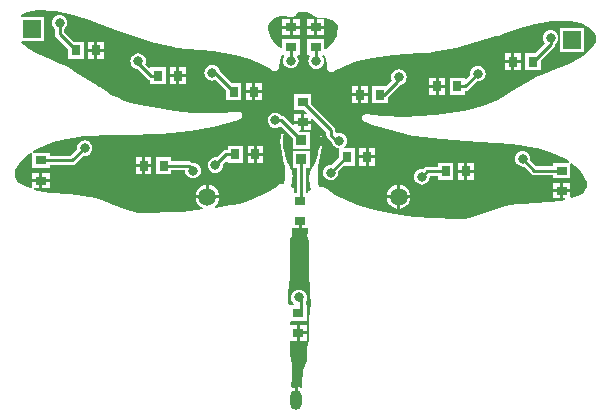
<source format=gtl>
G04 Layer_Physical_Order=1*
G04 Layer_Color=255*
%FSLAX25Y25*%
%MOIN*%
G70*
G01*
G75*
%ADD10R,0.03740X0.03150*%
%ADD11R,0.03150X0.03740*%
%ADD12R,0.03740X0.03543*%
%ADD13C,0.01000*%
%ADD14C,0.05906*%
%ADD15R,0.05906X0.05906*%
%ADD16O,0.03937X0.06693*%
%ADD17C,0.03150*%
G36*
X-80034Y138060D02*
X-74348Y136767D01*
X-71129Y135766D01*
X-71114Y135747D01*
X-70918Y135640D01*
X-70726Y135526D01*
X-61079Y132077D01*
X-61071Y132076D01*
X-61064Y132072D01*
X-48507Y127757D01*
X-48440Y127748D01*
X-48379Y127720D01*
X-40520Y125908D01*
X-40499Y125899D01*
X-40428Y125842D01*
X-40273Y125798D01*
X-40126Y125733D01*
X-40036Y125731D01*
X-39949Y125706D01*
X-36184Y125404D01*
X-27757Y124613D01*
X-20512Y123405D01*
X-15435Y122042D01*
X-11740Y120342D01*
X-8514Y118549D01*
X-8032Y118279D01*
X-7881Y118230D01*
X-7739Y118160D01*
X-7456Y118085D01*
X-7379Y118079D01*
X-7305Y118054D01*
X-7132Y118063D01*
X-6959Y118052D01*
X-6886Y118077D01*
X-6808Y118081D01*
X-6652Y118156D01*
X-6487Y118212D01*
X-6429Y118263D01*
X-6359Y118297D01*
X-6199Y118416D01*
X-6062Y118570D01*
X-5914Y118714D01*
X-5896Y118754D01*
X-5867Y118787D01*
X-5799Y118982D01*
X-5717Y119172D01*
X-5594Y119749D01*
X-5593Y119823D01*
X-5572Y119894D01*
X-5509Y120562D01*
X-4955Y123027D01*
X-4615Y123359D01*
X-4604Y123363D01*
X-4169Y123289D01*
X-3966Y122827D01*
X-4021Y122755D01*
X-4280Y122129D01*
X-4369Y121457D01*
X-4280Y120784D01*
X-4021Y120158D01*
X-3608Y119620D01*
X-3070Y119208D01*
X-2444Y118948D01*
X-1772Y118860D01*
X-1099Y118948D01*
X-473Y119208D01*
X65Y119620D01*
X477Y120158D01*
X737Y120784D01*
X825Y121457D01*
X737Y122129D01*
X477Y122755D01*
X359Y122909D01*
X606Y123409D01*
X1197D01*
Y128559D01*
X-4543D01*
Y125825D01*
X-4675Y125734D01*
X-5043Y125637D01*
X-5262Y125859D01*
X-5446Y125984D01*
X-5625Y126117D01*
X-5651Y126123D01*
X-5674Y126138D01*
X-5841Y126173D01*
X-7598Y128111D01*
X-8352Y129100D01*
X-9308Y131916D01*
X-9266Y133014D01*
X-8970Y133782D01*
X-8053Y134940D01*
X-6918Y135634D01*
X-5192Y136315D01*
X-3572Y136252D01*
X-2178Y135907D01*
X-2048Y135901D01*
X-1921Y135871D01*
X-1556Y135856D01*
X-1410Y135880D01*
X-1263Y135879D01*
X-1167Y135918D01*
X-1064Y135934D01*
X-938Y136012D01*
X-802Y136068D01*
X-728Y136141D01*
X-640Y136195D01*
X-553Y136314D01*
X-448Y136418D01*
X-168Y136834D01*
X100Y137076D01*
X377Y137258D01*
X966Y137523D01*
X1498Y137639D01*
X2661Y137594D01*
X2686Y137598D01*
X2711Y137593D01*
X3876D01*
X4403Y137456D01*
X4980Y137168D01*
X5250Y136976D01*
X5513Y136719D01*
X5638Y136536D01*
X5945Y136336D01*
X6055Y136264D01*
X6055Y136264D01*
X6055Y136264D01*
X7027Y135874D01*
X7034Y135873D01*
X7041Y135869D01*
X7278Y135827D01*
X7516Y135782D01*
X7524Y135784D01*
X7531Y135783D01*
X9987Y135839D01*
X12632Y134803D01*
X13963Y133241D01*
X13655Y129795D01*
X11913Y127120D01*
X10730Y126007D01*
X10250Y125627D01*
X10216Y125586D01*
X10170Y125557D01*
X9965Y125365D01*
X9528Y125509D01*
X9465Y125560D01*
Y128559D01*
X3724D01*
Y123409D01*
X4391D01*
X4638Y122909D01*
X4444Y122657D01*
X4184Y122030D01*
X4096Y121358D01*
X4184Y120686D01*
X4444Y120060D01*
X4857Y119522D01*
X5394Y119109D01*
X6021Y118850D01*
X6693Y118761D01*
X7365Y118850D01*
X7991Y119109D01*
X8529Y119522D01*
X8942Y120060D01*
X9201Y120686D01*
X9290Y121358D01*
X9201Y122030D01*
X8942Y122657D01*
X8748Y122909D01*
X8995Y123409D01*
X9465D01*
X9700Y123007D01*
X9709Y122982D01*
X10210Y120255D01*
X10247Y119585D01*
X10266Y119513D01*
X10264Y119439D01*
X10364Y118858D01*
X10438Y118665D01*
X10498Y118467D01*
X10527Y118434D01*
X10542Y118393D01*
X10684Y118243D01*
X10816Y118084D01*
X10971Y117958D01*
X11040Y117921D01*
X11096Y117868D01*
X11258Y117806D01*
X11411Y117725D01*
X11489Y117718D01*
X11561Y117690D01*
X11734Y117694D01*
X11907Y117678D01*
X11981Y117701D01*
X12059Y117703D01*
X12345Y117768D01*
X12498Y117836D01*
X12637Y117875D01*
X16428Y119792D01*
X20187Y121346D01*
X25313Y122509D01*
X32600Y123434D01*
X41059Y123895D01*
X41069Y123897D01*
X41078Y123896D01*
X45042Y124169D01*
X45116Y124189D01*
X45192Y124189D01*
X53327Y125733D01*
X53389Y125758D01*
X53456Y125765D01*
X66597Y129713D01*
X67256D01*
X67745Y129811D01*
X68159Y130087D01*
X68483Y130412D01*
X75905Y132758D01*
X79629Y133758D01*
X85361Y134828D01*
X91678D01*
X95078Y133929D01*
X97376Y132693D01*
X98539Y131755D01*
X99572Y130466D01*
X99949Y129625D01*
X100048Y128764D01*
X99870Y127640D01*
X99435Y126680D01*
X97958Y125073D01*
X95662Y123154D01*
X93901Y121933D01*
X90946Y120337D01*
X86814Y118727D01*
X86814Y118727D01*
X86813Y118727D01*
X80882Y116413D01*
X80818Y116372D01*
X80745Y116350D01*
X76560Y114119D01*
X76533Y114097D01*
X76500Y114086D01*
X72048Y111399D01*
X72034Y111387D01*
X72018Y111380D01*
X71020Y110741D01*
X67246Y108507D01*
X62251Y106189D01*
X55927Y104572D01*
X46421Y103360D01*
X36122Y102715D01*
X29342Y102891D01*
X25549Y103330D01*
X23545Y103614D01*
X23434Y103607D01*
X23323Y103626D01*
X23228Y103622D01*
X23110Y103595D01*
X22987Y103591D01*
X22963Y103585D01*
X22900Y103557D01*
X22873Y103555D01*
X22817Y103526D01*
X22743Y103509D01*
X22682Y103464D01*
X22636Y103451D01*
X22606Y103426D01*
X22514Y103386D01*
X22498Y103375D01*
X22469Y103344D01*
X22431Y103325D01*
X22347Y103223D01*
X22339Y103218D01*
X22331Y103204D01*
X22328Y103202D01*
X22249Y103137D01*
X22219Y103083D01*
X22154Y103015D01*
X22139Y102975D01*
X22112Y102943D01*
X22068Y102804D01*
X22011Y102699D01*
X22003Y102626D01*
X21974Y102550D01*
X21975Y102508D01*
X21962Y102468D01*
X21961Y102459D01*
X21972Y102331D01*
X21959Y102204D01*
X21984Y102121D01*
X21985Y102052D01*
X22000Y102018D01*
X22005Y101963D01*
X22064Y101849D01*
X22095Y101738D01*
X22099Y101733D01*
X22101Y101726D01*
X22106Y101716D01*
X22166Y101642D01*
X22186Y101596D01*
X22206Y101578D01*
X22235Y101521D01*
X22254Y101506D01*
X22255Y101504D01*
X22323Y101445D01*
X22401Y101345D01*
X22428Y101321D01*
X22537Y101260D01*
X22631Y101178D01*
X22697Y101141D01*
X22768Y101117D01*
X22829Y101075D01*
X23099Y100961D01*
X23140Y100952D01*
X23176Y100931D01*
X24350Y100520D01*
X24374Y100517D01*
X24396Y100505D01*
X31573Y98300D01*
X31610Y98296D01*
X31643Y98281D01*
X39048Y96461D01*
X39122Y96457D01*
X39192Y96434D01*
X48613Y95239D01*
X48651Y95242D01*
X48689Y95232D01*
X61026Y94413D01*
X61066Y94403D01*
X67349Y94097D01*
X71289Y93764D01*
X74574Y93349D01*
X77963Y92787D01*
X80446Y92312D01*
X81566Y92042D01*
X84488Y91146D01*
X87011Y90128D01*
X90018Y88657D01*
X91008Y87917D01*
X90841Y87417D01*
X85713D01*
Y86372D01*
X80063D01*
X78039Y88396D01*
X78089Y88779D01*
X78001Y89452D01*
X77741Y90078D01*
X77328Y90616D01*
X76791Y91029D01*
X76164Y91288D01*
X75492Y91377D01*
X74820Y91288D01*
X74194Y91029D01*
X73656Y90616D01*
X73243Y90078D01*
X72984Y89452D01*
X72895Y88779D01*
X72984Y88107D01*
X73243Y87481D01*
X73656Y86943D01*
X74194Y86530D01*
X74820Y86271D01*
X75492Y86182D01*
X75876Y86233D01*
X78348Y83761D01*
X78844Y83429D01*
X79429Y83313D01*
X85713D01*
Y82268D01*
X91453D01*
Y86960D01*
X91953Y87211D01*
X93068Y86377D01*
X93970Y85550D01*
X94922Y84426D01*
X95709Y83306D01*
X96376Y82166D01*
X96819Y81249D01*
X97031Y80470D01*
Y80052D01*
X96874Y79237D01*
X96453Y78355D01*
X96042Y77754D01*
X95325Y77145D01*
X93820Y76304D01*
X93720Y76312D01*
X93609Y76276D01*
X93492Y76264D01*
X91855Y75759D01*
X91453Y76056D01*
Y77650D01*
X89083D01*
Y75575D01*
X89582D01*
X89657Y75080D01*
X88211Y74634D01*
X79812Y73951D01*
X75483Y73684D01*
X73234Y73554D01*
X73202Y73546D01*
X73170Y73549D01*
X71869Y73408D01*
X71818Y73392D01*
X71764Y73392D01*
X69647Y72984D01*
X69614Y72971D01*
X69579Y72969D01*
X67633Y72484D01*
X67572Y72455D01*
X67505Y72445D01*
X64542Y71367D01*
X64540Y71366D01*
X64538Y71365D01*
X61827Y70370D01*
X61826Y70369D01*
X61826Y70369D01*
X59801Y69624D01*
X58053Y69108D01*
X55653Y68632D01*
X53466Y68535D01*
X45826Y68870D01*
X39257Y69477D01*
X33099Y70315D01*
X26399Y71662D01*
X21465Y73037D01*
X17194Y74689D01*
X13111Y76770D01*
X10180Y78650D01*
X9608Y79173D01*
X9418Y79288D01*
X9235Y79410D01*
X9207Y79416D01*
X9182Y79431D01*
X8962Y79464D01*
X8747Y79507D01*
X7892D01*
X7529Y79823D01*
X7454Y80292D01*
X7271Y85200D01*
X7262Y85567D01*
X7259Y85695D01*
X7259Y85696D01*
X7357Y86184D01*
X8654Y92625D01*
X8674Y93253D01*
D01*
X8743Y95424D01*
X8758Y95907D01*
X8771Y96317D01*
X8019Y96470D01*
X8066Y96283D01*
X8066Y96282D01*
X8066Y96281D01*
X8070Y96268D01*
X8159Y95866D01*
X8242Y95392D01*
X8242D01*
X8278Y95163D01*
X8282Y94665D01*
Y94017D01*
X8279Y93958D01*
X8260Y93556D01*
X8260Y93554D01*
X8178Y93365D01*
X8178D01*
X8178Y93365D01*
Y93365D01*
X7989Y92932D01*
X7924Y92784D01*
X7729Y92355D01*
X7512Y92071D01*
X7365Y91840D01*
Y90633D01*
X7365D01*
X7365Y90627D01*
X7364Y90616D01*
X7363Y90605D01*
X7362Y90595D01*
X7361Y90589D01*
X7253Y89972D01*
X7253D01*
X7253Y89971D01*
X7253Y89968D01*
X7252Y89966D01*
X7251Y89963D01*
X7251Y89962D01*
X7140Y89455D01*
X7140D01*
X7139Y89451D01*
X7137Y89441D01*
X7134Y89432D01*
X7131Y89423D01*
X6604Y88058D01*
X6601Y88050D01*
X6598Y88043D01*
X6594Y88035D01*
X5862Y86693D01*
X5474Y85902D01*
X5257Y85460D01*
X5257D01*
X5257Y85460D01*
X5256Y85460D01*
X5256Y85460D01*
X5256Y85459D01*
X5115Y85202D01*
X5038Y85062D01*
X5019Y85021D01*
X4749Y84438D01*
X4553Y83697D01*
X4414Y82915D01*
Y81819D01*
X4536Y80846D01*
X4778Y79608D01*
X5016Y78773D01*
X4221Y78163D01*
X4221Y78163D01*
X4084Y77975D01*
X4040Y77873D01*
X3964Y77752D01*
X3955Y77738D01*
X3932Y77625D01*
X3886Y77518D01*
X3884Y77382D01*
X3883Y77378D01*
X3301D01*
Y85811D01*
X4642D01*
Y91354D01*
X-1098D01*
Y85811D01*
X242D01*
Y77378D01*
X-385D01*
X-688Y77776D01*
X-655Y77897D01*
X-643Y78067D01*
X-610Y78234D01*
X-625Y78313D01*
X-620Y78394D01*
X-673Y78555D01*
X-707Y78722D01*
X-752Y78789D01*
X-777Y78866D01*
X-889Y78995D01*
X-984Y79136D01*
X-973Y79147D01*
X-1683Y79692D01*
X-1669Y79734D01*
X-1379Y80961D01*
X-1218Y81929D01*
X-1175Y83024D01*
X-1284Y83811D01*
X-1451Y84559D01*
X-1715Y85194D01*
X-1917Y85598D01*
X-1918Y85600D01*
X-1920Y85603D01*
X-1921Y85606D01*
X-1922Y85609D01*
X-2475Y86855D01*
X-2954Y87822D01*
X-3158Y88238D01*
X-3304Y88659D01*
X-3485Y89191D01*
X-3635Y89629D01*
X-3715Y90065D01*
X-3736Y90182D01*
X-3798Y90637D01*
X-3821Y90808D01*
X-3804Y90908D01*
X-3795Y90957D01*
X-3865Y91290D01*
X-4197Y92879D01*
X-4197Y92879D01*
X-4239Y93362D01*
X-4443Y95854D01*
X-4443Y95854D01*
X-4358Y96318D01*
X-4307Y96511D01*
X-4307Y96511D01*
X-4305Y96516D01*
X-4303Y96524D01*
X-4303Y96525D01*
X-4117Y97167D01*
X-5023Y96902D01*
X-5164Y96100D01*
X-5214Y94822D01*
X-5111Y92860D01*
X-4667Y90308D01*
X-4429Y89212D01*
X-4323Y88722D01*
X-4235Y88241D01*
X-3812Y85929D01*
X-3807Y85899D01*
X-3729Y85455D01*
X-3729Y85455D01*
X-3717Y84978D01*
X-3658Y82809D01*
X-3658Y82806D01*
X-3658Y82803D01*
Y82798D01*
X-3659Y82789D01*
X-3659Y82780D01*
X-3660Y82772D01*
X-3661Y82767D01*
X-3842Y81409D01*
X-3843Y81402D01*
X-3846Y81388D01*
X-3849Y81374D01*
X-3853Y81361D01*
X-3856Y81354D01*
X-4169Y80492D01*
X-4244Y80502D01*
Y80487D01*
X-5099D01*
X-5152Y80477D01*
X-5205Y80483D01*
X-5395Y80428D01*
X-5587Y80390D01*
X-5632Y80360D01*
X-5684Y80345D01*
X-5838Y80222D01*
X-6001Y80113D01*
X-6031Y80068D01*
X-6074Y80035D01*
X-6594Y79419D01*
X-7104Y78988D01*
X-10106Y77223D01*
X-14267Y75304D01*
X-18600Y73820D01*
X-21193Y73205D01*
X-21215Y73213D01*
X-21404Y73206D01*
X-21592Y73217D01*
X-26897Y72488D01*
X-27097Y72966D01*
X-26708Y73264D01*
X-26075Y74089D01*
X-25677Y75051D01*
X-25607Y75583D01*
X-33449D01*
X-33379Y75051D01*
X-32980Y74089D01*
X-32347Y73264D01*
X-31521Y72630D01*
X-31027Y72426D01*
X-31093Y71912D01*
X-38083Y70951D01*
X-52536Y70847D01*
X-58195Y72408D01*
X-58196Y72411D01*
X-58231Y72425D01*
X-58700Y72598D01*
X-59042Y72734D01*
X-61705Y73832D01*
X-61707Y73832D01*
X-61709Y73834D01*
X-64628Y75027D01*
X-64694Y75040D01*
X-64754Y75071D01*
X-66680Y75632D01*
X-66715Y75635D01*
X-66747Y75649D01*
X-68847Y76140D01*
X-68900Y76142D01*
X-68951Y76159D01*
X-70900Y76448D01*
X-70932Y76446D01*
X-70964Y76456D01*
X-72544Y76609D01*
X-75696Y76951D01*
X-75720Y76949D01*
X-75742Y76955D01*
X-81559Y77373D01*
X-84058Y77647D01*
X-87248Y78397D01*
X-87308Y78421D01*
X-87209Y78921D01*
X-85539D01*
Y80996D01*
X-87910D01*
Y79210D01*
X-88386Y78866D01*
X-90457Y79719D01*
X-92243Y80810D01*
X-92935Y81446D01*
X-93323Y82063D01*
X-93709Y82960D01*
X-93835Y83782D01*
X-93818Y84200D01*
X-93576Y84969D01*
X-93097Y85868D01*
X-92386Y86981D01*
X-91556Y88070D01*
X-90561Y89156D01*
X-89627Y89947D01*
X-88397Y90794D01*
X-87910Y90522D01*
X-87910Y90409D01*
Y85614D01*
X-82169D01*
Y86660D01*
X-74606D01*
X-74021Y86776D01*
X-73525Y87107D01*
X-70856Y89776D01*
X-70472Y89726D01*
X-69800Y89814D01*
X-69174Y90074D01*
X-68636Y90487D01*
X-68223Y91024D01*
X-67964Y91651D01*
X-67875Y92323D01*
X-67964Y92995D01*
X-68223Y93621D01*
X-68636Y94159D01*
X-69174Y94572D01*
X-69800Y94831D01*
X-70472Y94920D01*
X-71145Y94831D01*
X-71771Y94572D01*
X-72309Y94159D01*
X-72721Y93621D01*
X-72981Y92995D01*
X-73070Y92323D01*
X-73019Y91939D01*
X-75240Y89718D01*
X-82169D01*
Y90764D01*
X-87510Y90764D01*
X-87511D01*
X-87511D01*
X-87559Y90764D01*
X-87599Y90894D01*
X-87714Y91264D01*
X-86491Y92106D01*
X-83428Y93459D01*
X-80867Y94377D01*
X-77912Y95158D01*
X-76783Y95384D01*
X-74283Y95762D01*
X-70875Y96191D01*
X-67577Y96477D01*
X-63627Y96656D01*
X-60731Y96684D01*
X-57498D01*
X-57291Y96725D01*
X-44936Y97061D01*
X-44898Y97070D01*
X-44859Y97065D01*
X-35399Y97891D01*
X-35328Y97912D01*
X-35254Y97912D01*
X-27784Y99442D01*
X-27750Y99456D01*
X-27713Y99458D01*
X-20456Y101381D01*
X-20433Y101392D01*
X-20409Y101395D01*
X-19220Y101759D01*
X-19183Y101779D01*
X-19142Y101786D01*
X-18868Y101890D01*
X-18805Y101929D01*
X-18733Y101950D01*
X-18666Y101985D01*
X-18568Y102063D01*
X-18458Y102120D01*
X-18430Y102142D01*
X-18348Y102239D01*
X-18277Y102296D01*
X-18276Y102298D01*
X-18257Y102313D01*
X-18225Y102368D01*
X-18205Y102386D01*
X-18183Y102430D01*
X-18120Y102502D01*
X-18114Y102512D01*
X-18112Y102518D01*
X-18108Y102523D01*
X-18073Y102634D01*
X-18009Y102745D01*
X-18002Y102800D01*
X-17986Y102833D01*
X-17982Y102902D01*
X-17954Y102983D01*
X-17963Y103112D01*
X-17946Y103239D01*
X-17947Y103248D01*
X-17958Y103288D01*
X-17955Y103330D01*
X-17982Y103408D01*
X-17987Y103481D01*
X-18039Y103588D01*
X-18078Y103728D01*
X-18103Y103762D01*
X-18117Y103802D01*
X-18180Y103872D01*
X-18207Y103927D01*
X-18284Y103995D01*
X-18286Y103998D01*
X-18294Y104012D01*
X-18302Y104018D01*
X-18383Y104122D01*
X-18419Y104143D01*
X-18447Y104175D01*
X-18462Y104187D01*
X-18552Y104231D01*
X-18581Y104256D01*
X-18627Y104271D01*
X-18687Y104318D01*
X-18760Y104338D01*
X-18815Y104370D01*
X-18842Y104373D01*
X-18903Y104403D01*
X-18927Y104410D01*
X-19049Y104418D01*
X-19167Y104451D01*
X-19261Y104458D01*
X-19373Y104444D01*
X-19484Y104455D01*
X-21513Y104248D01*
X-21566Y104232D01*
X-23820Y103984D01*
X-25420Y103914D01*
X-29659Y103887D01*
X-34364Y104071D01*
X-40283Y104739D01*
X-47863Y105860D01*
X-52168Y106674D01*
X-55129Y107426D01*
X-57316Y108172D01*
X-59174Y108966D01*
X-61518Y110180D01*
X-63412Y111274D01*
X-65369Y112565D01*
X-66264Y113165D01*
X-66829Y113560D01*
X-66896Y113589D01*
X-74186Y118152D01*
X-74755Y118555D01*
X-74819Y118584D01*
X-74873Y118629D01*
X-75319Y118877D01*
X-75340Y118884D01*
X-75358Y118898D01*
X-77491Y119989D01*
X-77538Y120003D01*
X-77578Y120030D01*
X-80037Y121063D01*
X-82102Y122020D01*
X-82114Y122028D01*
X-86180Y123798D01*
X-89070Y125508D01*
X-90782Y126797D01*
X-91707Y127634D01*
X-91515Y128134D01*
X-84039D01*
Y136039D01*
X-91713D01*
X-91829Y136539D01*
X-89778Y137541D01*
X-86345Y138307D01*
X-80034Y138060D01*
D02*
G37*
G36*
X1878Y65535D02*
X3897D01*
Y64154D01*
X3825Y63899D01*
X3824Y63892D01*
X3741Y63662D01*
X3763Y63164D01*
X3857Y62784D01*
X3888Y62718D01*
X3899Y62646D01*
X4045Y62253D01*
X4189Y61412D01*
X4334Y60490D01*
X4386Y59153D01*
X4355Y55823D01*
X4199Y52502D01*
X4207Y52447D01*
X4198Y52392D01*
X4313Y49446D01*
X4323Y49406D01*
X4319Y49365D01*
X4648Y46172D01*
X4813Y44182D01*
X4813Y42150D01*
X4817Y42128D01*
X4817Y40269D01*
X4652Y38278D01*
X4323Y35085D01*
X4327Y35045D01*
X4318Y35004D01*
X4202Y32059D01*
X4211Y32004D01*
X4203Y31949D01*
X4340Y29039D01*
X4285Y28562D01*
Y28562D01*
X4187Y28103D01*
X3989Y27176D01*
X3730Y25223D01*
X3699Y21214D01*
X2300Y18380D01*
X2292Y18348D01*
X2273Y18322D01*
X2228Y18109D01*
X2171Y17899D01*
X2175Y17866D01*
X2169Y17835D01*
X2115Y14413D01*
X2118Y14397D01*
X2115Y14380D01*
X2134Y12490D01*
X1687Y12267D01*
X1595Y12337D01*
X873Y12636D01*
X598Y12672D01*
Y8366D01*
X-402D01*
Y12672D01*
X-677Y12636D01*
X-1181Y12427D01*
X-1661Y12728D01*
X-1413Y16135D01*
X-1416Y16156D01*
X-1411Y16177D01*
X-1242Y20494D01*
X-1243Y20501D01*
X-1242Y20507D01*
X-1281Y20740D01*
X-1320Y20986D01*
X-1324Y20991D01*
X-1325Y20998D01*
X-1518Y21506D01*
X-1593Y21810D01*
X-1624Y21877D01*
X-1636Y21949D01*
X-1781Y22342D01*
X-1925Y23183D01*
X-2070Y24104D01*
X-2122Y25442D01*
X-2097Y28134D01*
X189D01*
Y30709D01*
Y33283D01*
X-1977D01*
X-2023Y34466D01*
X-1676Y34827D01*
X3559D01*
Y39976D01*
X3301D01*
Y41385D01*
X3493Y41848D01*
X3581Y42520D01*
X3493Y43192D01*
X3233Y43818D01*
X2821Y44356D01*
X2283Y44769D01*
X1656Y45028D01*
X984Y45117D01*
X312Y45028D01*
X-314Y44769D01*
X-852Y44356D01*
X-1265Y43818D01*
X-1524Y43192D01*
X-1613Y42520D01*
X-1524Y41848D01*
X-1265Y41221D01*
X-852Y40683D01*
X-582Y40476D01*
X-752Y39976D01*
X-2181D01*
X-2541Y40315D01*
X-2549Y40413D01*
X-2549Y42445D01*
X-2549Y44477D01*
X-2384Y46467D01*
X-2055Y49661D01*
X-2059Y49701D01*
X-2049Y49741D01*
X-1934Y52687D01*
X-1943Y52742D01*
X-1935Y52797D01*
X-2091Y56119D01*
X-2122Y59448D01*
X-2070Y60786D01*
X-1925Y61707D01*
X-1781Y62548D01*
X-1681Y62819D01*
X-1482Y63035D01*
X-1310Y63502D01*
X-1330Y64000D01*
X-1392Y64257D01*
X-1365Y64944D01*
X-1369Y64969D01*
X-1364Y64994D01*
Y65535D01*
X878D01*
Y68110D01*
X1878D01*
Y65535D01*
D02*
G37*
%LPC*%
G36*
X-51287Y89287D02*
X-53362D01*
Y86917D01*
X-51287D01*
Y89287D01*
D02*
G37*
G36*
X5035Y110252D02*
X-705D01*
Y105102D01*
X2577D01*
X3659Y104021D01*
X3467Y103559D01*
X2665D01*
Y101484D01*
X5035D01*
Y101991D01*
X5497Y102182D01*
X10085Y97595D01*
Y96653D01*
X10201Y96068D01*
X10533Y95572D01*
X11956Y94148D01*
X11961Y94116D01*
X12220Y93490D01*
X12633Y92952D01*
X13171Y92539D01*
X13797Y92280D01*
X14356Y92206D01*
X14453Y92193D01*
X14453Y91991D01*
Y89257D01*
X11900Y86704D01*
X11516Y86755D01*
X10844Y86666D01*
X10218Y86407D01*
X9680Y85994D01*
X9267Y85456D01*
X9008Y84830D01*
X8919Y84158D01*
X9008Y83486D01*
X9267Y82859D01*
X9680Y82321D01*
X10218Y81909D01*
X10844Y81649D01*
X11516Y81561D01*
X12189Y81649D01*
X12815Y81909D01*
X13353Y82321D01*
X13765Y82859D01*
X14025Y83486D01*
X14113Y84158D01*
X14063Y84541D01*
X16022Y86500D01*
X19602D01*
Y92240D01*
X16200D01*
X16030Y92740D01*
X16306Y92952D01*
X16718Y93490D01*
X16978Y94116D01*
X17066Y94788D01*
X16978Y95460D01*
X16718Y96087D01*
X16306Y96624D01*
X15768Y97037D01*
X15141Y97297D01*
X14469Y97385D01*
X13797Y97297D01*
X13617Y97222D01*
X13144Y97567D01*
Y98228D01*
X13027Y98814D01*
X12696Y99310D01*
X5035Y106970D01*
Y110252D01*
D02*
G37*
G36*
X-14083Y89756D02*
X-16158D01*
Y87386D01*
X-14083D01*
Y89756D01*
D02*
G37*
G36*
X-48213Y89287D02*
X-50287D01*
Y86917D01*
X-48213D01*
Y89287D01*
D02*
G37*
G36*
X26295Y88870D02*
X24220D01*
Y86500D01*
X26295D01*
Y88870D01*
D02*
G37*
G36*
X59169Y87417D02*
X57095D01*
Y85047D01*
X59169D01*
Y87417D01*
D02*
G37*
G36*
X56094D02*
X54020D01*
Y85047D01*
X56094D01*
Y87417D01*
D02*
G37*
G36*
X23220Y88870D02*
X21146D01*
Y86500D01*
X23220D01*
Y88870D01*
D02*
G37*
G36*
X52476Y87417D02*
X47327D01*
Y86077D01*
X43701D01*
X43115Y85960D01*
X42619Y85629D01*
X42313Y85322D01*
X41929Y85373D01*
X41257Y85284D01*
X40631Y85025D01*
X40093Y84612D01*
X39680Y84074D01*
X39421Y83448D01*
X39332Y82776D01*
X39421Y82103D01*
X39680Y81477D01*
X40093Y80939D01*
X40631Y80527D01*
X41257Y80267D01*
X41929Y80179D01*
X42601Y80267D01*
X43228Y80527D01*
X43766Y80939D01*
X44178Y81477D01*
X44438Y82103D01*
X44526Y82776D01*
X44739Y83018D01*
X47327D01*
Y81677D01*
X52476D01*
Y87417D01*
D02*
G37*
G36*
X-6890Y104172D02*
X-7562Y104083D01*
X-8188Y103824D01*
X-8726Y103411D01*
X-9139Y102873D01*
X-9398Y102247D01*
X-9487Y101575D01*
X-9398Y100903D01*
X-9139Y100276D01*
X-8726Y99738D01*
X-8188Y99326D01*
X-7562Y99066D01*
X-6890Y98978D01*
X-6218Y99066D01*
X-5591Y99326D01*
X-5163Y99654D01*
X-1098Y95589D01*
Y92110D01*
X4642D01*
Y97654D01*
X1228D01*
X1005Y97932D01*
X1215Y98409D01*
X1665D01*
Y100484D01*
X-705D01*
Y100174D01*
X-1167Y99983D01*
X-3840Y102656D01*
X-4336Y102988D01*
X-4799Y103080D01*
X-5053Y103411D01*
X-5591Y103824D01*
X-6218Y104083D01*
X-6890Y104172D01*
D02*
G37*
G36*
X-11008Y93126D02*
X-13083D01*
Y90756D01*
X-11008D01*
Y93126D01*
D02*
G37*
G36*
X1665Y103559D02*
X-705D01*
Y101484D01*
X1665D01*
Y103559D01*
D02*
G37*
G36*
X5035Y100484D02*
X2665D01*
Y98409D01*
X5035D01*
Y100484D01*
D02*
G37*
G36*
X-14083Y93126D02*
X-16158D01*
Y90756D01*
X-14083D01*
Y93126D01*
D02*
G37*
G36*
X-17701D02*
X-22850D01*
Y91785D01*
X-23228D01*
X-23814Y91669D01*
X-24310Y91337D01*
X-26487Y89161D01*
X-26870Y89211D01*
X-27542Y89123D01*
X-28169Y88863D01*
X-28706Y88450D01*
X-29119Y87913D01*
X-29379Y87286D01*
X-29467Y86614D01*
X-29379Y85942D01*
X-29119Y85316D01*
X-28706Y84778D01*
X-28169Y84365D01*
X-27542Y84106D01*
X-26870Y84017D01*
X-26198Y84106D01*
X-25572Y84365D01*
X-25034Y84778D01*
X-24621Y85316D01*
X-24362Y85942D01*
X-24273Y86614D01*
X-24324Y86998D01*
X-23312Y88009D01*
X-22850Y87818D01*
Y87386D01*
X-17701D01*
Y93126D01*
D02*
G37*
G36*
X-11008Y89756D02*
X-13083D01*
Y87386D01*
X-11008D01*
Y89756D01*
D02*
G37*
G36*
X26295Y92240D02*
X24220D01*
Y89870D01*
X26295D01*
Y92240D01*
D02*
G37*
G36*
X23220D02*
X21146D01*
Y89870D01*
X23220D01*
Y92240D01*
D02*
G37*
G36*
X-29028Y80004D02*
Y76583D01*
X-25607D01*
X-25677Y77115D01*
X-26075Y78076D01*
X-26708Y78902D01*
X-27534Y79535D01*
X-28496Y79934D01*
X-29028Y80004D01*
D02*
G37*
G36*
X-30028D02*
X-30559Y79934D01*
X-31521Y79535D01*
X-32347Y78902D01*
X-32980Y78076D01*
X-33379Y77115D01*
X-33449Y76583D01*
X-30028D01*
Y80004D01*
D02*
G37*
G36*
X34653D02*
Y76583D01*
X38075D01*
X38005Y77115D01*
X37606Y78076D01*
X36973Y78902D01*
X36147Y79535D01*
X35185Y79934D01*
X34653Y80004D01*
D02*
G37*
G36*
X33654D02*
X33122Y79934D01*
X32160Y79535D01*
X31334Y78902D01*
X30701Y78076D01*
X30303Y77115D01*
X30233Y76583D01*
X33654D01*
Y80004D01*
D02*
G37*
G36*
X88083Y77650D02*
X85713D01*
Y75575D01*
X88083D01*
Y77650D01*
D02*
G37*
G36*
X38075Y75583D02*
X34653D01*
Y72162D01*
X35185Y72232D01*
X36147Y72630D01*
X36973Y73264D01*
X37606Y74089D01*
X38005Y75051D01*
X38075Y75583D01*
D02*
G37*
G36*
X33654D02*
X30233D01*
X30303Y75051D01*
X30701Y74089D01*
X31334Y73264D01*
X32160Y72630D01*
X33122Y72232D01*
X33654Y72162D01*
Y75583D01*
D02*
G37*
G36*
X88083Y80724D02*
X85713D01*
Y78650D01*
X88083D01*
Y80724D01*
D02*
G37*
G36*
X-41520Y89287D02*
X-46669D01*
Y83547D01*
X-41520D01*
Y84888D01*
X-36987D01*
X-36947Y84842D01*
X-36859Y84170D01*
X-36599Y83544D01*
X-36187Y83006D01*
X-35649Y82593D01*
X-35023Y82334D01*
X-34350Y82245D01*
X-33678Y82334D01*
X-33052Y82593D01*
X-32514Y83006D01*
X-32101Y83544D01*
X-31842Y84170D01*
X-31753Y84842D01*
X-31842Y85515D01*
X-32101Y86141D01*
X-32514Y86679D01*
X-33052Y87092D01*
X-33678Y87351D01*
X-34350Y87440D01*
X-34473Y87423D01*
X-34549Y87499D01*
X-35045Y87830D01*
X-35630Y87947D01*
X-41520D01*
Y89287D01*
D02*
G37*
G36*
X-82169Y84071D02*
X-84539D01*
Y81996D01*
X-82169D01*
Y84071D01*
D02*
G37*
G36*
X-48213Y85917D02*
X-50287D01*
Y83547D01*
X-48213D01*
Y85917D01*
D02*
G37*
G36*
X-51287D02*
X-53362D01*
Y83547D01*
X-51287D01*
Y85917D01*
D02*
G37*
G36*
X-85539Y84071D02*
X-87910D01*
Y81996D01*
X-85539D01*
Y84071D01*
D02*
G37*
G36*
X-82169Y80996D02*
X-84539D01*
Y78921D01*
X-82169D01*
Y80996D01*
D02*
G37*
G36*
X91453Y80724D02*
X89083D01*
Y78650D01*
X91453D01*
Y80724D01*
D02*
G37*
G36*
X59169Y84047D02*
X57095D01*
Y81677D01*
X59169D01*
Y84047D01*
D02*
G37*
G36*
X56094D02*
X54020D01*
Y81677D01*
X56094D01*
Y84047D01*
D02*
G37*
G36*
X-67232Y124401D02*
X-69307D01*
Y122031D01*
X-67232D01*
Y124401D01*
D02*
G37*
G36*
X-78842Y136757D02*
X-79515Y136669D01*
X-80141Y136409D01*
X-80679Y135996D01*
X-81091Y135459D01*
X-81351Y134832D01*
X-81439Y134160D01*
X-81351Y133488D01*
X-81091Y132862D01*
X-80679Y132324D01*
X-80372Y132088D01*
Y130319D01*
X-80255Y129734D01*
X-79924Y129237D01*
X-76000Y125313D01*
Y122031D01*
X-70850D01*
Y127772D01*
X-74132D01*
X-77313Y130952D01*
Y132088D01*
X-77006Y132324D01*
X-76593Y132862D01*
X-76334Y133488D01*
X-76245Y134160D01*
X-76334Y134832D01*
X-76593Y135459D01*
X-77006Y135996D01*
X-77544Y136409D01*
X-78170Y136669D01*
X-78842Y136757D01*
D02*
G37*
G36*
X95882Y132398D02*
X87976D01*
Y124492D01*
X95882D01*
Y132398D01*
D02*
G37*
G36*
X-64157Y124401D02*
X-66232D01*
Y122031D01*
X-64157D01*
Y124401D01*
D02*
G37*
G36*
X74819Y124031D02*
X72744D01*
Y121661D01*
X74819D01*
Y124031D01*
D02*
G37*
G36*
Y120661D02*
X72744D01*
Y118291D01*
X74819D01*
Y120661D01*
D02*
G37*
G36*
X71744D02*
X69669D01*
Y118291D01*
X71744D01*
Y120661D01*
D02*
G37*
G36*
Y124031D02*
X69669D01*
Y121661D01*
X71744D01*
Y124031D01*
D02*
G37*
G36*
X84842Y131731D02*
X84170Y131642D01*
X83544Y131383D01*
X83006Y130970D01*
X82593Y130432D01*
X82334Y129806D01*
X82245Y129134D01*
X82334Y128462D01*
X82593Y127835D01*
X82964Y127352D01*
X79644Y124031D01*
X76362D01*
Y118291D01*
X81512D01*
Y121573D01*
X85924Y125986D01*
X86256Y126482D01*
X86371Y127061D01*
X86679Y127297D01*
X87092Y127835D01*
X87351Y128462D01*
X87440Y129134D01*
X87351Y129806D01*
X87092Y130432D01*
X86679Y130970D01*
X86141Y131383D01*
X85515Y131642D01*
X84842Y131731D01*
D02*
G37*
G36*
X-67232Y127772D02*
X-69307D01*
Y125401D01*
X-67232D01*
Y127772D01*
D02*
G37*
G36*
X1197Y135252D02*
X-1173D01*
Y133177D01*
X1197D01*
Y135252D01*
D02*
G37*
G36*
X-2173D02*
X-4543D01*
Y133177D01*
X-2173D01*
Y135252D01*
D02*
G37*
G36*
X9465D02*
X7095D01*
Y133177D01*
X9465D01*
Y135252D01*
D02*
G37*
G36*
X6095D02*
X3724D01*
Y133177D01*
X6095D01*
Y135252D01*
D02*
G37*
G36*
X9465Y132177D02*
X7095D01*
Y130102D01*
X9465D01*
Y132177D01*
D02*
G37*
G36*
X-2173D02*
X-4543D01*
Y130102D01*
X-2173D01*
Y132177D01*
D02*
G37*
G36*
X-64157Y127772D02*
X-66232D01*
Y125401D01*
X-64157D01*
Y127772D01*
D02*
G37*
G36*
X6095Y132177D02*
X3724D01*
Y130102D01*
X6095D01*
Y132177D01*
D02*
G37*
G36*
X1197D02*
X-1173D01*
Y130102D01*
X1197D01*
Y132177D01*
D02*
G37*
G36*
X-36795Y119307D02*
X-38870D01*
Y116937D01*
X-36795D01*
Y119307D01*
D02*
G37*
G36*
X46547Y112394D02*
X44472D01*
Y110024D01*
X46547D01*
Y112394D01*
D02*
G37*
G36*
X-11500Y110622D02*
X-13575D01*
Y108252D01*
X-11500D01*
Y110622D01*
D02*
G37*
G36*
X20760Y113008D02*
X18685D01*
Y110638D01*
X20760D01*
Y113008D01*
D02*
G37*
G36*
X49622Y112394D02*
X47547D01*
Y110024D01*
X49622D01*
Y112394D01*
D02*
G37*
G36*
X-14575Y110622D02*
X-16650D01*
Y108252D01*
X-14575D01*
Y110622D01*
D02*
G37*
G36*
X23835Y109638D02*
X21760D01*
Y107268D01*
X23835D01*
Y109638D01*
D02*
G37*
G36*
X20760D02*
X18685D01*
Y107268D01*
X20760D01*
Y109638D01*
D02*
G37*
G36*
X-27953Y120018D02*
X-28625Y119930D01*
X-29251Y119670D01*
X-29789Y119258D01*
X-30202Y118720D01*
X-30461Y118093D01*
X-30550Y117421D01*
X-30461Y116749D01*
X-30202Y116123D01*
X-29789Y115585D01*
X-29251Y115172D01*
X-28625Y114913D01*
X-27953Y114824D01*
X-27281Y114913D01*
X-26885Y115076D01*
X-23343Y111534D01*
Y108252D01*
X-18193D01*
Y113992D01*
X-21475D01*
X-25424Y117941D01*
X-25444Y118093D01*
X-25704Y118720D01*
X-26116Y119258D01*
X-26654Y119670D01*
X-27281Y119930D01*
X-27953Y120018D01*
D02*
G37*
G36*
X34252Y118542D02*
X33580Y118453D01*
X32954Y118194D01*
X32416Y117781D01*
X32003Y117243D01*
X31743Y116617D01*
X31655Y115945D01*
X31743Y115273D01*
X31907Y114877D01*
X30038Y113008D01*
X25378D01*
Y107268D01*
X30528D01*
Y109172D01*
X34743Y113387D01*
X34762Y113415D01*
X34924Y113436D01*
X35550Y113696D01*
X36088Y114109D01*
X36501Y114646D01*
X36761Y115273D01*
X36849Y115945D01*
X36761Y116617D01*
X36501Y117243D01*
X36088Y117781D01*
X35550Y118194D01*
X34924Y118453D01*
X34252Y118542D01*
D02*
G37*
G36*
X23835Y113008D02*
X21760D01*
Y110638D01*
X23835D01*
Y113008D01*
D02*
G37*
G36*
X-36795Y115937D02*
X-38870D01*
Y113567D01*
X-36795D01*
Y115937D01*
D02*
G37*
G36*
X-39870D02*
X-41945D01*
Y113567D01*
X-39870D01*
Y115937D01*
D02*
G37*
G36*
Y119307D02*
X-41945D01*
Y116937D01*
X-39870D01*
Y119307D01*
D02*
G37*
G36*
X60630Y119723D02*
X59958Y119634D01*
X59331Y119375D01*
X58794Y118962D01*
X58381Y118424D01*
X58121Y117798D01*
X58033Y117126D01*
X58083Y116742D01*
X56777Y115436D01*
X56315Y115627D01*
Y115764D01*
X51165D01*
Y110024D01*
X56315D01*
Y111364D01*
X56398D01*
X56983Y111481D01*
X57479Y111812D01*
X60246Y114579D01*
X60630Y114529D01*
X61302Y114618D01*
X61928Y114877D01*
X62466Y115290D01*
X62879Y115828D01*
X63139Y116454D01*
X63227Y117126D01*
X63139Y117798D01*
X62879Y118424D01*
X62466Y118962D01*
X61928Y119375D01*
X61302Y119634D01*
X60630Y119723D01*
D02*
G37*
G36*
X-52658Y123857D02*
X-53330Y123768D01*
X-53956Y123509D01*
X-54494Y123096D01*
X-54907Y122558D01*
X-55166Y121932D01*
X-55255Y121260D01*
X-55166Y120588D01*
X-54907Y119961D01*
X-54494Y119423D01*
X-53956Y119011D01*
X-53330Y118751D01*
X-52838Y118686D01*
X-49507Y115356D01*
X-49011Y115024D01*
X-48638Y114950D01*
Y113567D01*
X-43488D01*
Y119307D01*
X-48638D01*
Y119307D01*
X-48987Y119162D01*
X-50226Y120401D01*
X-50149Y120588D01*
X-50060Y121260D01*
X-50149Y121932D01*
X-50408Y122558D01*
X-50821Y123096D01*
X-51359Y123509D01*
X-51985Y123768D01*
X-52658Y123857D01*
D02*
G37*
G36*
X-11500Y113992D02*
X-13575D01*
Y111622D01*
X-11500D01*
Y113992D01*
D02*
G37*
G36*
X-14575D02*
X-16650D01*
Y111622D01*
X-14575D01*
Y113992D01*
D02*
G37*
G36*
X49622Y115764D02*
X47547D01*
Y113394D01*
X49622D01*
Y115764D01*
D02*
G37*
G36*
X46547D02*
X44472D01*
Y113394D01*
X46547D01*
Y115764D01*
D02*
G37*
G36*
X3559Y33283D02*
X1189D01*
Y31209D01*
X3559D01*
Y33283D01*
D02*
G37*
G36*
Y30209D02*
X1189D01*
Y28134D01*
X3559D01*
Y30209D01*
D02*
G37*
%LPD*%
D10*
X-85039Y81496D02*
D03*
Y88189D02*
D03*
X1378Y68110D02*
D03*
Y74803D02*
D03*
X88583Y78150D02*
D03*
Y84842D02*
D03*
X-1673Y132677D02*
D03*
Y125984D02*
D03*
X2165Y100984D02*
D03*
Y107677D02*
D03*
X6594Y132677D02*
D03*
Y125984D02*
D03*
X689Y30709D02*
D03*
Y37402D02*
D03*
D11*
X-50787Y86417D02*
D03*
X-44094D02*
D03*
X-13583Y90256D02*
D03*
X-20276D02*
D03*
X23720Y89370D02*
D03*
X17028D02*
D03*
X56595Y84547D02*
D03*
X49902D02*
D03*
X-66732Y124902D02*
D03*
X-73425D02*
D03*
X-39370Y116437D02*
D03*
X-46063D02*
D03*
X-14075Y111122D02*
D03*
X-20768D02*
D03*
X21260Y110138D02*
D03*
X27953D02*
D03*
X47047Y112894D02*
D03*
X53740D02*
D03*
X72244Y121161D02*
D03*
X78937D02*
D03*
D12*
X1772Y88583D02*
D03*
Y94882D02*
D03*
D13*
X-4921Y101575D02*
X1772Y94882D01*
Y75197D02*
Y88583D01*
X-6890Y101575D02*
X-4921D01*
X1378Y74803D02*
X1772Y75197D01*
X-78842Y130319D02*
Y134160D01*
Y130319D02*
X-73425Y124902D01*
X-48425Y116437D02*
X-46063D01*
X-53248Y121260D02*
X-52658D01*
X-27953Y117421D02*
X-27067D01*
X-20768Y111122D01*
X-1772Y121457D02*
Y125886D01*
X-1673Y125984D01*
X6693Y121358D02*
Y125886D01*
X6594Y125984D02*
X6693Y125886D01*
X27953Y110138D02*
X29331D01*
X33661Y114469D01*
Y115354D01*
X34252Y115945D01*
X53740Y112894D02*
X56398D01*
X60630Y117126D01*
X84842Y127067D02*
Y129134D01*
X78937Y121161D02*
X84842Y127067D01*
X-85039Y88189D02*
X-74606D01*
X-70472Y92323D01*
X-44094Y86417D02*
X-35630D01*
X-34646Y85433D01*
Y85138D02*
Y85433D01*
Y85138D02*
X-34350Y84842D01*
X-26870Y86614D02*
X-23228Y90256D01*
X-20276D01*
X11516Y84158D02*
X16729Y89370D01*
X17028D01*
X43701Y84547D02*
X49902D01*
X41929Y82776D02*
X43701Y84547D01*
X79429Y84842D02*
X88583D01*
X75492Y88779D02*
X79429Y84842D01*
X11614Y96653D02*
Y98228D01*
Y96653D02*
X13480Y94788D01*
X2165Y107677D02*
X11614Y98228D01*
X13480Y94788D02*
X14469D01*
X1772Y38976D02*
Y41791D01*
X1649Y42520D02*
X1772Y42397D01*
X984Y42520D02*
X1649D01*
X-53248Y121260D02*
X-48425Y116437D01*
D14*
X34154Y76083D02*
D03*
X-29528D02*
D03*
D15*
X-87992Y132087D02*
D03*
X91929Y128445D02*
D03*
D16*
X98Y8366D02*
D03*
D17*
X-6890Y101575D02*
D03*
X-78842Y134160D02*
D03*
X-52658Y121260D02*
D03*
X-27953Y117421D02*
D03*
X-1772Y121457D02*
D03*
X6693Y121358D02*
D03*
X34252Y115945D02*
D03*
X60630Y117126D02*
D03*
X84842Y129134D02*
D03*
X-70472Y92323D02*
D03*
X-34350Y84842D02*
D03*
X-26870Y86614D02*
D03*
X11516Y84158D02*
D03*
X41929Y82776D02*
D03*
X75492Y88779D02*
D03*
X14469Y94788D02*
D03*
X984Y42520D02*
D03*
M02*

</source>
